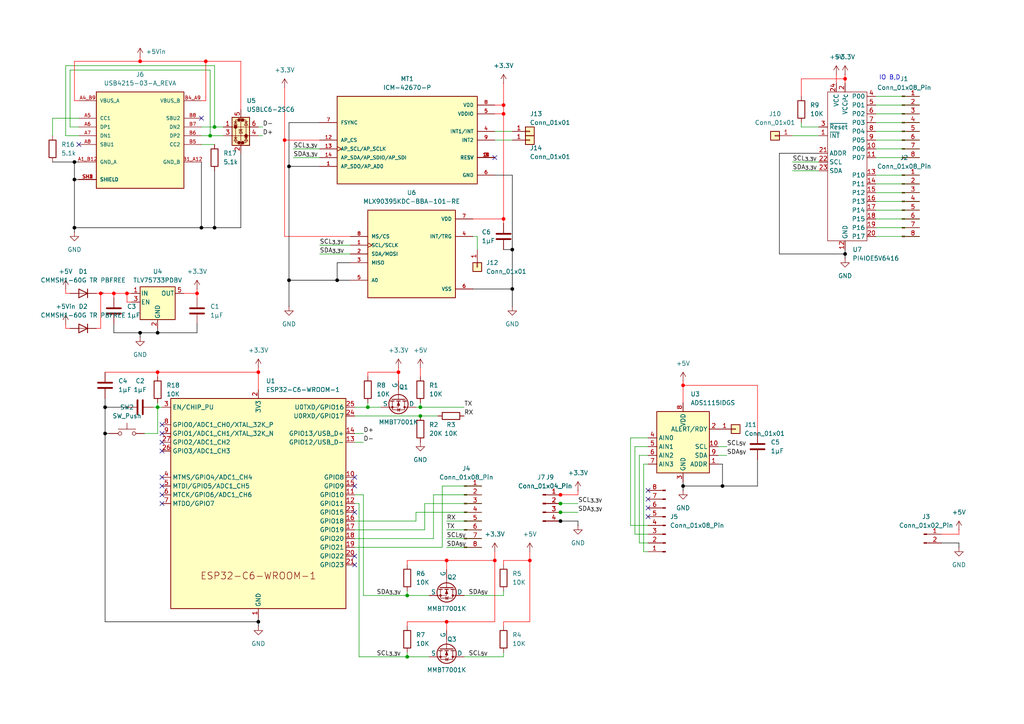
<source format=kicad_sch>
(kicad_sch (version 20250114) (generator "eeschema") (generator_version "9.0")
  (paper "A4")
  (text "IO B,D" (at 258.064 22.606 0) (effects (font (size 1.27 1.27))))
  (junction (at 30.48 125.73) (color 0 0 0 1))
  (junction (at 148.59 83.82) (color 0 0 0 1))
  (junction (at 62.23 36.83))
  (junction (at 45.72 107.95) (color 255 0 0 1))
  (junction (at 118.11 172.72))
  (junction (at 198.12 140.97) (color 0 0 0 1))
  (junction (at 74.93 180.34) (color 0 0 0 1))
  (junction (at 21.59 46.99) (color 0 0 0 1))
  (junction (at 245.11 22.86) (color 255 0 0 1))
  (junction (at 36.83 85.09) (color 255 0 0 1))
  (junction (at 129.54 162.56) (color 255 0 0 1))
  (junction (at 148.59 72.39) (color 0 0 0 1))
  (junction (at 198.12 111.76) (color 255 0 0 1))
  (junction (at 162.56 146.05))
  (junction (at 118.11 190.5))
  (junction (at 162.56 151.13) (color 0 0 0 1))
  (junction (at 40.64 96.52) (color 0 0 0 1))
  (junction (at 83.82 48.26) (color 0 0 0 1))
  (junction (at 45.72 96.52) (color 0 0 0 1))
  (junction (at 59.69 17.78) (color 255 0 0 1))
  (junction (at 74.93 107.95) (color 255 0 0 1))
  (junction (at 121.92 118.11))
  (junction (at 82.55 40.64) (color 255 0 0 1))
  (junction (at 143.51 162.56) (color 255 0 0 1))
  (junction (at 162.56 143.51) (color 255 0 0 1))
  (junction (at 33.02 85.09) (color 255 0 0 1))
  (junction (at 57.15 85.09) (color 255 0 0 1))
  (junction (at 121.92 120.65))
  (junction (at 106.68 118.11))
  (junction (at 30.48 118.11) (color 0 0 0 1))
  (junction (at 129.54 180.34) (color 255 0 0 1))
  (junction (at 97.79 81.28) (color 0 0 0 1))
  (junction (at 45.72 118.11))
  (junction (at 62.23 66.04) (color 0 0 0 1))
  (junction (at 146.05 33.02) (color 255 0 0 1))
  (junction (at 153.67 162.56) (color 255 0 0 1))
  (junction (at 29.21 85.09) (color 255 0 0 1))
  (junction (at 21.59 66.04) (color 0 0 0 1))
  (junction (at 83.82 81.28) (color 0 0 0 1))
  (junction (at 40.64 17.78) (color 255 0 0 1))
  (junction (at 146.05 30.48) (color 255 0 0 1))
  (junction (at 209.55 140.97) (color 0 0 0 1))
  (junction (at 58.42 66.04) (color 0 0 0 1))
  (junction (at 146.05 63.5) (color 255 0 0 1))
  (junction (at 60.96 39.37))
  (junction (at 162.56 148.59))
  (junction (at 245.11 73.66) (color 0 0 0 1))
  (junction (at 115.57 107.95) (color 255 0 0 1))
  (junction (at 21.59 52.07) (color 0 0 0 1))
  (no_connect (at 143.51 45.72))
  (no_connect (at 102.87 138.43))
  (no_connect (at 46.99 143.51))
  (no_connect (at 46.99 130.81))
  (no_connect (at 46.99 138.43))
  (no_connect (at 22.86 41.91))
  (no_connect (at 187.96 144.78))
  (no_connect (at 187.96 149.86))
  (no_connect (at 46.99 140.97))
  (no_connect (at 46.99 125.73))
  (no_connect (at 46.99 146.05))
  (no_connect (at 102.87 140.97))
  (no_connect (at 102.87 163.83))
  (no_connect (at 102.87 148.59))
  (no_connect (at 46.99 123.19))
  (no_connect (at 187.96 147.32))
  (no_connect (at 58.42 34.29))
  (no_connect (at 102.87 161.29))
  (no_connect (at 46.99 128.27))
  (no_connect (at 187.96 142.24))
  (wire (pts (xy 146.05 181.61) (xy 146.05 180.34)) (stroke (width 0) (color 255 0 0 1)))
  (wire (pts (xy 245.11 21.59) (xy 245.11 22.86)) (stroke (width 0) (color 255 0 0 1)))
  (wire (pts (xy 97.79 81.28) (xy 97.79 76.2)) (stroke (width 0) (color 0 0 0 1)))
  (wire (pts (xy 254 68.58) (xy 266.7 68.58)))
  (wire (pts (xy 143.51 33.02) (xy 146.05 33.02)) (stroke (width 0) (color 255 0 0 1)))
  (wire (pts (xy 143.51 160.02) (xy 143.51 162.56)) (stroke (width 0) (color 255 0 0 1)))
  (wire (pts (xy 121.92 118.11) (xy 134.62 118.11)))
  (wire (pts (xy 57.15 96.52) (xy 45.72 96.52)) (stroke (width 0) (color 0 0 0 1)))
  (wire (pts (xy 146.05 180.34) (xy 153.67 180.34)) (stroke (width 0) (color 255 0 0 1)))
  (wire (pts (xy 36.83 85.09) (xy 38.1 85.09)) (stroke (width 0) (color 255 0 0 1)))
  (wire (pts (xy 30.48 180.34) (xy 74.93 180.34)) (stroke (width 0) (color 0 0 0 1)))
  (wire (pts (xy 19.05 39.37) (xy 19.05 19.05)))
  (wire (pts (xy 19.05 83.82) (xy 19.05 85.09)) (stroke (width 0) (color 255 0 0 1)))
  (wire (pts (xy 83.82 48.26) (xy 83.82 81.28)) (stroke (width 0) (color 0 0 0 1)))
  (wire (pts (xy 129.54 156.21) (xy 139.7 156.21)))
  (wire (pts (xy 229.87 49.53) (xy 237.49 49.53)))
  (wire (pts (xy 27.94 95.25) (xy 29.21 95.25)) (stroke (width 0) (color 255 0 0 1)))
  (wire (pts (xy 15.24 34.29) (xy 22.86 34.29)))
  (wire (pts (xy 21.59 29.21) (xy 21.59 17.78)) (stroke (width 0) (color 255 0 0 1)))
  (wire (pts (xy 254 38.1) (xy 266.7 38.1)))
  (wire (pts (xy 242.57 21.59) (xy 242.57 24.13)) (stroke (width 0) (color 255 0 0 1)))
  (wire (pts (xy 209.55 140.97) (xy 219.71 140.97)) (stroke (width 0) (color 0 0 0 1)))
  (wire (pts (xy 162.56 148.59) (xy 167.64 148.59)))
  (wire (pts (xy 106.68 116.84) (xy 106.68 118.11)))
  (wire (pts (xy 208.28 129.54) (xy 210.82 129.54)))
  (wire (pts (xy 153.67 160.02) (xy 153.67 162.56)) (stroke (width 0) (color 255 0 0 1)))
  (wire (pts (xy 219.71 125.73) (xy 219.71 111.76)) (stroke (width 0) (color 255 0 0 1)))
  (wire (pts (xy 162.56 151.13) (xy 167.64 151.13)) (stroke (width 0) (color 0 0 0 1)))
  (wire (pts (xy 245.11 22.86) (xy 245.11 24.13)) (stroke (width 0) (color 255 0 0 1)))
  (wire (pts (xy 45.72 118.11) (xy 46.99 118.11)))
  (wire (pts (xy 83.82 48.26) (xy 92.71 48.26)) (stroke (width 0) (color 0 0 0 1)))
  (wire (pts (xy 105.41 172.72) (xy 118.11 172.72)))
  (wire (pts (xy 60.96 20.32) (xy 60.96 39.37)))
  (wire (pts (xy 30.48 107.95) (xy 45.72 107.95)) (stroke (width 0) (color 255 0 0 1)))
  (wire (pts (xy 118.11 180.34) (xy 129.54 180.34)) (stroke (width 0) (color 255 0 0 1)))
  (wire (pts (xy 57.15 93.98) (xy 57.15 96.52)) (stroke (width 0) (color 0 0 0 1)))
  (wire (pts (xy 20.32 36.83) (xy 22.86 36.83)))
  (wire (pts (xy 30.48 125.73) (xy 30.48 180.34)) (stroke (width 0) (color 0 0 0 1)))
  (wire (pts (xy 57.15 85.09) (xy 57.15 86.36)) (stroke (width 0) (color 255 0 0 1)))
  (wire (pts (xy 254 53.34) (xy 266.7 53.34)))
  (wire (pts (xy 167.64 151.13) (xy 167.64 152.4)) (stroke (width 0) (color 0 0 0 1)))
  (wire (pts (xy 74.93 106.68) (xy 74.93 107.95)) (stroke (width 0) (color 255 0 0 1)))
  (wire (pts (xy 62.23 36.83) (xy 64.77 36.83)))
  (wire (pts (xy 83.82 81.28) (xy 83.82 88.9)) (stroke (width 0) (color 0 0 0 1)))
  (wire (pts (xy 198.12 139.7) (xy 198.12 140.97)) (stroke (width 0) (color 0 0 0 1)))
  (wire (pts (xy 33.02 96.52) (xy 40.64 96.52)) (stroke (width 0) (color 0 0 0 1)))
  (wire (pts (xy 15.24 46.99) (xy 21.59 46.99)) (stroke (width 0) (color 0 0 0 1)))
  (wire (pts (xy 121.92 116.84) (xy 121.92 118.11)))
  (wire (pts (xy 21.59 46.99) (xy 21.59 52.07)) (stroke (width 0) (color 0 0 0 1)))
  (wire (pts (xy 106.68 109.22) (xy 106.68 107.95)) (stroke (width 0) (color 255 0 0 1)))
  (wire (pts (xy 146.05 30.48) (xy 146.05 33.02)) (stroke (width 0) (color 255 0 0 1)))
  (wire (pts (xy 128.27 140.97) (xy 128.27 158.75)))
  (wire (pts (xy 21.59 17.78) (xy 40.64 17.78)) (stroke (width 0) (color 255 0 0 1)))
  (wire (pts (xy 245.11 73.66) (xy 245.11 72.39)) (stroke (width 0) (color 0 0 0 1)))
  (wire (pts (xy 19.05 85.09) (xy 20.32 85.09)) (stroke (width 0) (color 255 0 0 1)))
  (wire (pts (xy 36.83 85.09) (xy 36.83 87.63)) (stroke (width 0) (color 255 0 0 1)))
  (wire (pts (xy 182.88 152.4) (xy 187.96 152.4)))
  (wire (pts (xy 106.68 118.11) (xy 110.49 118.11)))
  (wire (pts (xy 102.87 125.73) (xy 105.41 125.73)))
  (wire (pts (xy 44.45 118.11) (xy 45.72 118.11)))
  (wire (pts (xy 15.24 39.37) (xy 15.24 34.29)))
  (wire (pts (xy 254 30.48) (xy 266.7 30.48)))
  (wire (pts (xy 60.96 39.37) (xy 64.77 39.37)))
  (wire (pts (xy 102.87 151.13) (xy 120.65 151.13)))
  (wire (pts (xy 219.71 133.35) (xy 219.71 140.97)) (stroke (width 0) (color 0 0 0 1)))
  (wire (pts (xy 226.06 44.45) (xy 237.49 44.45)) (stroke (width 0) (color 0 0 0 1)))
  (wire (pts (xy 62.23 66.04) (xy 58.42 66.04)) (stroke (width 0) (color 0 0 0 1)))
  (wire (pts (xy 121.92 106.68) (xy 121.92 109.22)) (stroke (width 0) (color 255 0 0 1)))
  (wire (pts (xy 21.59 52.07) (xy 21.59 66.04)) (stroke (width 0) (color 0 0 0 1)))
  (wire (pts (xy 45.72 107.95) (xy 45.72 109.22)) (stroke (width 0) (color 255 0 0 1)))
  (wire (pts (xy 82.55 40.64) (xy 92.71 40.64)) (stroke (width 0) (color 255 0 0 1)))
  (wire (pts (xy 74.93 180.34) (xy 74.93 179.07)) (stroke (width 0) (color 0 0 0 1)))
  (wire (pts (xy 182.88 127) (xy 182.88 152.4)))
  (wire (pts (xy 123.19 153.67) (xy 102.87 153.67)))
  (wire (pts (xy 254 40.64) (xy 266.7 40.64)))
  (wire (pts (xy 254 33.02) (xy 266.7 33.02)))
  (wire (pts (xy 254 45.72) (xy 266.7 45.72)))
  (wire (pts (xy 226.06 73.66) (xy 226.06 44.45)) (stroke (width 0) (color 0 0 0 1)))
  (wire (pts (xy 208.28 132.08) (xy 210.82 132.08)))
  (wire (pts (xy 36.83 87.63) (xy 38.1 87.63)) (stroke (width 0) (color 255 0 0 1)))
  (wire (pts (xy 118.11 171.45) (xy 118.11 172.72)))
  (wire (pts (xy 254 27.94) (xy 266.7 27.94)))
  (wire (pts (xy 45.72 116.84) (xy 45.72 118.11)))
  (wire (pts (xy 92.71 35.56) (xy 83.82 35.56)) (stroke (width 0) (color 0 0 0 1)))
  (wire (pts (xy 118.11 162.56) (xy 129.54 162.56)) (stroke (width 0) (color 255 0 0 1)))
  (wire (pts (xy 83.82 81.28) (xy 97.79 81.28)) (stroke (width 0) (color 0 0 0 1)))
  (wire (pts (xy 138.43 68.58) (xy 137.16 68.58)))
  (wire (pts (xy 40.64 17.78) (xy 40.64 16.51)) (stroke (width 0) (color 255 0 0 1)))
  (wire (pts (xy 59.69 17.78) (xy 69.85 17.78)) (stroke (width 0) (color 255 0 0 1)))
  (wire (pts (xy 184.15 129.54) (xy 187.96 129.54)))
  (wire (pts (xy 184.15 154.94) (xy 187.96 154.94)))
  (wire (pts (xy 58.42 39.37) (xy 60.96 39.37)))
  (wire (pts (xy 121.92 120.65) (xy 127 120.65)))
  (wire (pts (xy 30.48 118.11) (xy 36.83 118.11)) (stroke (width 0) (color 0 0 0 1)))
  (wire (pts (xy 69.85 66.04) (xy 69.85 44.45)) (stroke (width 0) (color 0 0 0 1)))
  (wire (pts (xy 45.72 118.11) (xy 45.72 125.73)))
  (wire (pts (xy 33.02 85.09) (xy 33.02 86.36)) (stroke (width 0) (color 255 0 0 1)))
  (wire (pts (xy 101.6 68.58) (xy 82.55 68.58)) (stroke (width 0) (color 255 0 0 1)))
  (wire (pts (xy 58.42 46.99) (xy 58.42 66.04)) (stroke (width 0) (color 0 0 0 1)))
  (wire (pts (xy 198.12 140.97) (xy 198.12 142.24)) (stroke (width 0) (color 0 0 0 1)))
  (wire (pts (xy 58.42 29.21) (xy 59.69 29.21)) (stroke (width 0) (color 255 0 0 1)))
  (wire (pts (xy 153.67 162.56) (xy 146.05 162.56)) (stroke (width 0) (color 255 0 0 1)))
  (wire (pts (xy 254 63.5) (xy 266.7 63.5)))
  (wire (pts (xy 22.86 29.21) (xy 21.59 29.21)) (stroke (width 0) (color 255 0 0 1)))
  (wire (pts (xy 146.05 63.5) (xy 146.05 64.77)) (stroke (width 0) (color 255 0 0 1)))
  (wire (pts (xy 254 43.18) (xy 266.7 43.18)))
  (wire (pts (xy 278.13 157.48) (xy 278.13 158.75)) (stroke (width 0) (color 0 0 0 1)))
  (wire (pts (xy 186.69 134.62) (xy 186.69 160.02)))
  (wire (pts (xy 137.16 83.82) (xy 148.59 83.82)) (stroke (width 0) (color 0 0 0 1)))
  (wire (pts (xy 45.72 96.52) (xy 40.64 96.52)) (stroke (width 0) (color 0 0 0 1)))
  (wire (pts (xy 273.05 157.48) (xy 278.13 157.48)) (stroke (width 0) (color 0 0 0 1)))
  (wire (pts (xy 143.51 162.56) (xy 143.51 180.34)) (stroke (width 0) (color 255 0 0 1)))
  (wire (pts (xy 58.42 41.91) (xy 62.23 41.91)))
  (wire (pts (xy 278.13 154.94) (xy 278.13 153.67)) (stroke (width 0) (color 255 0 0 1)))
  (wire (pts (xy 148.59 72.39) (xy 148.59 83.82)) (stroke (width 0) (color 0 0 0 1)))
  (wire (pts (xy 21.59 66.04) (xy 58.42 66.04)) (stroke (width 0) (color 0 0 0 1)))
  (wire (pts (xy 102.87 118.11) (xy 106.68 118.11)))
  (wire (pts (xy 254 66.04) (xy 266.7 66.04)))
  (wire (pts (xy 184.15 129.54) (xy 184.15 154.94)))
  (wire (pts (xy 143.51 180.34) (xy 129.54 180.34)) (stroke (width 0) (color 255 0 0 1)))
  (wire (pts (xy 57.15 83.82) (xy 57.15 85.09)) (stroke (width 0) (color 255 0 0 1)))
  (wire (pts (xy 97.79 76.2) (xy 101.6 76.2)) (stroke (width 0) (color 0 0 0 1)))
  (wire (pts (xy 115.57 106.68) (xy 115.57 107.95)) (stroke (width 0) (color 255 0 0 1)))
  (wire (pts (xy 226.06 73.66) (xy 245.11 73.66)) (stroke (width 0) (color 0 0 0 1)))
  (wire (pts (xy 74.93 39.37) (xy 76.2 39.37)))
  (wire (pts (xy 229.87 39.37) (xy 237.49 39.37)))
  (wire (pts (xy 74.93 180.34) (xy 74.93 181.61)) (stroke (width 0) (color 0 0 0 1)))
  (wire (pts (xy 138.43 72.39) (xy 138.43 68.58)))
  (wire (pts (xy 137.16 63.5) (xy 146.05 63.5)) (stroke (width 0) (color 255 0 0 1)))
  (wire (pts (xy 29.21 85.09) (xy 33.02 85.09)) (stroke (width 0) (color 255 0 0 1)))
  (wire (pts (xy 102.87 158.75) (xy 128.27 158.75)))
  (wire (pts (xy 254 55.88) (xy 266.7 55.88)))
  (wire (pts (xy 182.88 127) (xy 187.96 127)))
  (wire (pts (xy 254 50.8) (xy 266.7 50.8)))
  (wire (pts (xy 19.05 93.98) (xy 19.05 95.25)) (stroke (width 0) (color 255 0 0 1)))
  (wire (pts (xy 20.32 36.83) (xy 20.32 20.32)))
  (wire (pts (xy 187.96 132.08) (xy 185.42 132.08)))
  (wire (pts (xy 92.71 73.66) (xy 101.6 73.66)))
  (wire (pts (xy 134.62 190.5) (xy 146.05 190.5)))
  (wire (pts (xy 254 60.96) (xy 266.7 60.96)))
  (wire (pts (xy 143.51 50.8) (xy 148.59 50.8)) (stroke (width 0) (color 0 0 0 1)))
  (wire (pts (xy 153.67 162.56) (xy 153.67 180.34)) (stroke (width 0) (color 255 0 0 1)))
  (wire (pts (xy 123.19 146.05) (xy 139.7 146.05)))
  (wire (pts (xy 143.51 40.64) (xy 148.59 40.64)))
  (wire (pts (xy 20.32 95.25) (xy 19.05 95.25)) (stroke (width 0) (color 255 0 0 1)))
  (wire (pts (xy 105.41 143.51) (xy 102.87 143.51)))
  (wire (pts (xy 19.05 39.37) (xy 22.86 39.37)))
  (wire (pts (xy 105.41 143.51) (xy 105.41 172.72)))
  (wire (pts (xy 167.64 142.24) (xy 167.64 143.51)) (stroke (width 0) (color 255 0 0 1)))
  (wire (pts (xy 120.65 148.59) (xy 139.7 148.59)))
  (wire (pts (xy 59.69 17.78) (xy 40.64 17.78)) (stroke (width 0) (color 255 0 0 1)))
  (wire (pts (xy 232.41 22.86) (xy 245.11 22.86)) (stroke (width 0) (color 255 0 0 1)))
  (wire (pts (xy 187.96 134.62) (xy 186.69 134.62)))
  (wire (pts (xy 245.11 73.66) (xy 245.11 74.93)) (stroke (width 0) (color 0 0 0 1)))
  (wire (pts (xy 33.02 85.09) (xy 36.83 85.09)) (stroke (width 0) (color 255 0 0 1)))
  (wire (pts (xy 148.59 50.8) (xy 148.59 72.39)) (stroke (width 0) (color 0 0 0 1)))
  (wire (pts (xy 146.05 162.56) (xy 146.05 163.83)) (stroke (width 0) (color 255 0 0 1)))
  (wire (pts (xy 125.73 143.51) (xy 125.73 156.21)))
  (wire (pts (xy 20.32 20.32) (xy 60.96 20.32)))
  (wire (pts (xy 19.05 19.05) (xy 62.23 19.05)))
  (wire (pts (xy 254 58.42) (xy 266.7 58.42)))
  (wire (pts (xy 185.42 132.08) (xy 185.42 157.48)))
  (wire (pts (xy 59.69 29.21) (xy 59.69 17.78)) (stroke (width 0) (color 255 0 0 1)))
  (wire (pts (xy 148.59 83.82) (xy 148.59 88.9)) (stroke (width 0) (color 0 0 0 1)))
  (wire (pts (xy 146.05 24.13) (xy 146.05 30.48)) (stroke (width 0) (color 255 0 0 1)))
  (wire (pts (xy 146.05 190.5) (xy 146.05 189.23)))
  (wire (pts (xy 129.54 180.34) (xy 129.54 182.88)) (stroke (width 0) (color 255 0 0 1)))
  (wire (pts (xy 102.87 128.27) (xy 105.41 128.27)))
  (wire (pts (xy 115.57 107.95) (xy 115.57 110.49)) (stroke (width 0) (color 255 0 0 1)))
  (wire (pts (xy 146.05 72.39) (xy 148.59 72.39)) (stroke (width 0) (color 0 0 0 1)))
  (wire (pts (xy 104.14 190.5) (xy 118.11 190.5)))
  (wire (pts (xy 123.19 146.05) (xy 123.19 153.67)))
  (wire (pts (xy 273.05 154.94) (xy 278.13 154.94)) (stroke (width 0) (color 255 0 0 1)))
  (wire (pts (xy 30.48 125.73) (xy 31.75 125.73)) (stroke (width 0) (color 0 0 0 1)))
  (wire (pts (xy 232.41 36.83) (xy 237.49 36.83)))
  (wire (pts (xy 30.48 118.11) (xy 30.48 125.73)) (stroke (width 0) (color 0 0 0 1)))
  (wire (pts (xy 129.54 162.56) (xy 129.54 165.1)) (stroke (width 0) (color 255 0 0 1)))
  (wire (pts (xy 118.11 181.61) (xy 118.11 180.34)) (stroke (width 0) (color 255 0 0 1)))
  (wire (pts (xy 232.41 27.94) (xy 232.41 22.86)) (stroke (width 0) (color 255 0 0 1)))
  (wire (pts (xy 125.73 143.51) (xy 139.7 143.51)))
  (wire (pts (xy 33.02 93.98) (xy 33.02 96.52)) (stroke (width 0) (color 0 0 0 1)))
  (wire (pts (xy 134.62 172.72) (xy 146.05 172.72)))
  (wire (pts (xy 254 35.56) (xy 266.7 35.56)))
  (wire (pts (xy 102.87 120.65) (xy 121.92 120.65)))
  (wire (pts (xy 129.54 153.67) (xy 139.7 153.67)))
  (wire (pts (xy 82.55 25.4) (xy 82.55 40.64)) (stroke (width 0) (color 255 0 0 1)))
  (wire (pts (xy 229.87 46.99) (xy 237.49 46.99)))
  (wire (pts (xy 143.51 38.1) (xy 148.59 38.1)))
  (wire (pts (xy 139.7 140.97) (xy 128.27 140.97)))
  (wire (pts (xy 62.23 66.04) (xy 69.85 66.04)) (stroke (width 0) (color 0 0 0 1)))
  (wire (pts (xy 62.23 66.04) (xy 62.23 49.53)) (stroke (width 0) (color 0 0 0 1)))
  (wire (pts (xy 102.87 156.21) (xy 125.73 156.21)))
  (wire (pts (xy 118.11 163.83) (xy 118.11 162.56)) (stroke (width 0) (color 255 0 0 1)))
  (wire (pts (xy 162.56 143.51) (xy 167.64 143.51)) (stroke (width 0) (color 255 0 0 1)))
  (wire (pts (xy 41.91 125.73) (xy 45.72 125.73)))
  (wire (pts (xy 198.12 111.76) (xy 198.12 116.84)) (stroke (width 0) (color 255 0 0 1)))
  (wire (pts (xy 62.23 19.05) (xy 62.23 36.83)))
  (wire (pts (xy 104.14 146.05) (xy 104.14 190.5)))
  (wire (pts (xy 83.82 35.56) (xy 83.82 48.26)) (stroke (width 0) (color 0 0 0 1)))
  (wire (pts (xy 45.72 95.25) (xy 45.72 96.52)) (stroke (width 0) (color 0 0 0 1)))
  (wire (pts (xy 146.05 33.02) (xy 146.05 63.5)) (stroke (width 0) (color 255 0 0 1)))
  (wire (pts (xy 106.68 107.95) (xy 115.57 107.95)) (stroke (width 0) (color 255 0 0 1)))
  (wire (pts (xy 82.55 40.64) (xy 82.55 68.58)) (stroke (width 0) (color 255 0 0 1)))
  (wire (pts (xy 129.54 158.75) (xy 139.7 158.75)))
  (wire (pts (xy 146.05 172.72) (xy 146.05 171.45)))
  (wire (pts (xy 232.41 35.56) (xy 232.41 36.83)))
  (wire (pts (xy 120.65 148.59) (xy 120.65 151.13)))
  (wire (pts (xy 53.34 85.09) (xy 57.15 85.09)) (stroke (width 0) (color 255 0 0 1)))
  (wire (pts (xy 27.94 85.09) (xy 29.21 85.09)) (stroke (width 0) (color 255 0 0 1)))
  (wire (pts (xy 118.11 190.5) (xy 124.46 190.5)))
  (wire (pts (xy 74.93 107.95) (xy 74.93 113.03)) (stroke (width 0) (color 255 0 0 1)))
  (wire (pts (xy 85.09 45.72) (xy 92.71 45.72)))
  (wire (pts (xy 58.42 36.83) (xy 62.23 36.83)))
  (wire (pts (xy 104.14 146.05) (xy 102.87 146.05)))
  (wire (pts (xy 118.11 172.72) (xy 124.46 172.72)))
  (wire (pts (xy 21.59 46.99) (xy 22.86 46.99)) (stroke (width 0) (color 0 0 0 1)))
  (wire (pts (xy 186.69 160.02) (xy 187.96 160.02)))
  (wire (pts (xy 29.21 85.09) (xy 29.21 95.25)) (stroke (width 0) (color 255 0 0 1)))
  (wire (pts (xy 45.72 107.95) (xy 74.93 107.95)) (stroke (width 0) (color 255 0 0 1)))
  (wire (pts (xy 209.55 140.97) (xy 198.12 140.97)) (stroke (width 0) (color 0 0 0 1)))
  (wire (pts (xy 129.54 162.56) (xy 143.51 162.56)) (stroke (width 0) (color 255 0 0 1)))
  (wire (pts (xy 208.28 134.62) (xy 209.55 134.62)) (stroke (width 0) (color 0 0 0 1)))
  (wire (pts (xy 21.59 67.31) (xy 21.59 66.04)) (stroke (width 0) (color 0 0 0 1)))
  (wire (pts (xy 143.51 30.48) (xy 146.05 30.48)) (stroke (width 0) (color 255 0 0 1)))
  (wire (pts (xy 21.59 52.07) (xy 22.86 52.07)) (stroke (width 0) (color 0 0 0 1)))
  (wire (pts (xy 92.71 71.12) (xy 101.6 71.12)))
  (wire (pts (xy 209.55 134.62) (xy 209.55 140.97)) (stroke (width 0) (color 0 0 0 1)))
  (wire (pts (xy 97.79 81.28) (xy 101.6 81.28)) (stroke (width 0) (color 0 0 0 1)))
  (wire (pts (xy 185.42 157.48) (xy 187.96 157.48)))
  (wire (pts (xy 69.85 17.78) (xy 69.85 31.75)) (stroke (width 0) (color 255 0 0 1)))
  (wire (pts (xy 74.93 36.83) (xy 76.2 36.83)))
  (wire (pts (xy 198.12 110.49) (xy 198.12 111.76)) (stroke (width 0) (color 255 0 0 1)))
  (wire (pts (xy 40.64 96.52) (xy 40.64 97.79)) (stroke (width 0) (color 0 0 0 1)))
  (wire (pts (xy 219.71 111.76) (xy 198.12 111.76)) (stroke (width 0) (color 255 0 0 1)))
  (wire (pts (xy 129.54 151.13) (xy 139.7 151.13)))
  (wire (pts (xy 162.56 146.05) (xy 167.64 146.05)))
  (wire (pts (xy 118.11 189.23) (xy 118.11 190.5)))
  (wire (pts (xy 30.48 115.57) (xy 30.48 118.11)) (stroke (width 0) (color 0 0 0 1)))
  (wire (pts (xy 85.09 43.18) (xy 92.71 43.18)))
  (wire (pts (xy 120.65 118.11) (xy 121.92 118.11)))
  (label "SCL_{5V}" (at 210.82 129.54 0))
  (label "SCL_{3.3V}" (at 109.22 190.5 0))
  (label "SDA_{3.3V}" (at 92.71 73.66 0))
  (label "SCL_{5V}" (at 135.89 190.5 0))
  (label "SCL_{3.3V}" (at 167.64 146.05 0))
  (label "SDA_{5V}" (at 129.54 158.75 0))
  (label "SCL_{3.3V}" (at 92.71 71.12 0))
  (label "Vin_reg" (at 29.21 85.09 0) (effects (font (size 0.127 0.127))))
  (label "TX" (at 129.54 153.67 0))
  (label "D+" (at 105.41 125.73 0))
  (label "SCL_{3.3V}" (at 229.87 46.99 0))
  (label "D-" (at 105.41 128.27 0))
  (label "SCL_{3.3V}" (at 85.09 43.18 0))
  (label "SDA_{3.3V}" (at 109.22 172.72 0))
  (label "SDA_{3.3V}" (at 85.09 45.72 0))
  (label "RX" (at 134.62 120.65 0))
  (label "SDA_{3.3V}" (at 167.64 148.59 0))
  (label "SDA_{5V}" (at 210.82 132.08 0))
  (label "SDA_{5V}" (at 135.89 172.72 0))
  (label "RX" (at 129.54 151.13 0))
  (label "D+" (at 76.2 39.37 0))
  (label "SCL_{5V}" (at 129.54 156.21 0))
  (label "D-" (at 76.2 36.83 0))
  (label "TX" (at 134.62 118.11 0))
  (label "SDA_{3.3V}" (at 229.87 49.53 0))
  (symbol (lib_id "Device:C") (at 146.05 68.58 180) (unit 1)
    (property "Reference" "C6" (at 139.7 67.31 0) (effects (justify right)))
    (property "Value" "1µF" (at 139.7 69.85 0) (effects (justify right)))
    (property "Footprint" "Capacitor_SMD:C_0603_1608Metric" (effects (hide yes)))
    (property "Description" "Unpolarized capacitor" (effects (hide yes)))
  )
  (symbol (lib_id "Connector_Generic:Conn_01x01") (at 213.36 124.46 0) (unit 1)
    (property "Reference" "J11" (at 215.9 123.1899 0) (effects (justify left)))
    (property "Value" "Conn_01x01" (at 215.9 125.7299 0) (effects (justify left)))
    (property "Footprint" "Connector_Wire:SolderWirePad_1x01_SMD_1x2mm" (effects (hide yes)))
    (property "Description" "Generic connector, single row, 01x01, script generated (kicad-library-utils/schlib/autogen/connector/)" (effects (hide yes)))
  )
  (symbol (lib_id "Device:D") (at 24.13 85.09 180) (unit 1)
    (property "Reference" "D1" (at 24.13 78.74 0))
    (property "Value" "CMMSH1-60G TR PBFREE" (at 24.13 81.28 0))
    (property "Footprint" "Diode_SMD:D_SOD-123F" (effects (hide yes)))
    (property "Description" "Diode" (effects (hide yes)))
    (property "Sim.Device" "D" (effects (hide yes)))
    (property "Sim.Pins" "1=K 2=A" (effects (hide yes)))
  )
  (symbol (lib_id "power:GND") (at 74.93 181.61 0) (unit 1)
    (property "Reference" "#PWR08" (effects (hide yes)))
    (property "Value" "GND" (at 74.93 186.69 0))
    (property "Description" "Power symbol creates a global label with name \"GND\" , ground" (effects (hide yes)))
  )
  (symbol (lib_id "Device:R") (at 146.05 185.42 180) (unit 1)
    (property "Reference" "R4" (at 148.59 184.1499 0) (effects (justify right)))
    (property "Value" "10K" (at 148.59 186.6899 0) (effects (justify right)))
    (property "Footprint" "Resistor_SMD:R_0603_1608Metric" (effects (hide yes)))
    (property "Description" "Resistor" (effects (hide yes)))
  )
  (symbol (lib_id "power:GND") (at 198.12 142.24 0) (unit 1)
    (property "Reference" "#PWR04" (effects (hide yes)))
    (property "Value" "GND" (at 198.12 147.32 0))
    (property "Description" "Power symbol creates a global label with name \"GND\" , ground" (effects (hide yes)))
  )
  (symbol (lib_id "Device:R") (at 118.11 167.64 180) (unit 1)
    (property "Reference" "R6" (at 120.65 166.3699 0) (effects (justify right)))
    (property "Value" "10K" (at 120.65 168.9099 0) (effects (justify right)))
    (property "Footprint" "Resistor_SMD:R_0603_1608Metric" (effects (hide yes)))
    (property "Description" "Resistor" (effects (hide yes)))
  )
  (symbol (lib_id "Power_Protection:USBLC6-2SC6") (at 69.85 36.83 0) (unit 1)
    (property "Reference" "U5" (at 71.5011 29.21 0) (effects (justify left)))
    (property "Value" "USBLC6-2SC6" (at 71.5011 31.75 0) (effects (justify left)))
    (property "Footprint" "Package_TO_SOT_SMD:SOT-23-6" (effects (hide yes)))
    (property "Datasheet" "https://www.st.com/resource/en/datasheet/usblc6-2.pdf" (effects (hide yes)))
    (property "Description" "Very low capacitance ESD protection diode, 2 data-line, SOT-23-6" (effects (hide yes)))
  )
  (symbol (lib_id "Switch:SW_Push") (at 36.83 125.73 0) (unit 1)
    (property "Reference" "SW2" (at 36.83 118.11 0))
    (property "Value" "SW_Push" (at 36.83 120.65 0))
    (property "Footprint" "Button_Switch_THT:SW_PUSH_6mm" (effects (hide yes)))
    (property "Description" "Push button switch, generic, two pins" (effects (hide yes)))
  )
  (symbol (lib_id "ICM-42670-P:ICM-42670-P") (at 118.11 40.64 0) (unit 1)
    (property "Reference" "MT1" (at 118.11 22.86 0))
    (property "Value" "ICM-42670-P" (at 118.11 25.4 0))
    (property "Footprint" "Package_LGA:Bosch_LGA-14_3x2.5mm_P0.5mm" (effects (hide yes)))
    (property "MF" "TDK InvenSense" (effects (hide yes)))
    (property "MAXIMUM_PACKAGE_HEIGHT" "0.81 mm" (effects (hide yes)))
    (property "Package" "None" (effects (hide yes)))
    (property "Price" "None" (effects (hide yes)))
    (property "Check_prices" "https://www.snapeda.com/parts/ICM-42670-P/TDK/view-part/?ref=eda" (effects (hide yes)))
    (property "STANDARD" "Manufacturer Recommendations" (effects (hide yes)))
    (property "PARTREV" "1.1" (effects (hide yes)))
    (property "SnapEDA_Link" "https://www.snapeda.com/parts/ICM-42670-P/TDK/view-part/?ref=snap" (effects (hide yes)))
    (property "MP" "ICM-42670-P" (effects (hide yes)))
    (property "Description_1" "\n                        \n                            Low-Power, Premium Performance 6-Axis MotionTrackingTM IMU with I3C, I2C and SPI interface in 2.5mm x 3mm Package\n                        \n" (effects (hide yes)))
    (property "Availability" "In Stock" (effects (hide yes)))
    (property "MANUFACTURER" "TDK InvenSense" (effects (hide yes)))
  )
  (symbol (lib_id "power:+5V") (at 198.12 110.49 0) (unit 1)
    (property "Reference" "#PWR011" (effects (hide yes)))
    (property "Value" "+5V" (at 198.12 105.41 0))
    (property "Description" "Power symbol creates a global label with name \"+5V\"" (effects (hide yes)))
  )
  (symbol (lib_id "Device:R") (at 121.92 124.46 0) (unit 1)
    (property "Reference" "R2" (at 124.46 123.1899 0) (effects (justify left)))
    (property "Value" "20K" (at 124.46 125.7299 0) (effects (justify left)))
    (property "Footprint" "Resistor_SMD:R_0603_1608Metric" (effects (hide yes)))
    (property "Description" "Resistor" (effects (hide yes)))
  )
  (symbol (lib_id "Connector_Generic:Conn_01x01") (at 153.67 40.64 0) (unit 1)
    (property "Reference" "J14" (at 153.67 42.926 0) (effects (justify left)))
    (property "Value" "Conn_01x01" (at 153.67 45.466 0) (effects (justify left)))
    (property "Footprint" "Connector_Wire:SolderWirePad_1x01_SMD_1x2mm" (effects (hide yes)))
    (property "Description" "Generic connector, single row, 01x01, script generated (kicad-library-utils/schlib/autogen/connector/)" (effects (hide yes)))
  )
  (symbol (lib_id "Connector:Conn_01x08_Pin") (at 261.62 58.42 0) (unit 1)
    (property "Reference" "J2" (at 262.255 45.72 0))
    (property "Value" "Conn_01x08_Pin" (at 262.255 48.26 0))
    (property "Footprint" "Connector_PinSocket_2.54mm:PinSocket_1x08_P2.54mm_Vertical" (effects (hide yes)))
    (property "Description" "Generic connector, single row, 01x08, script generated" (effects (hide yes)))
  )
  (symbol (lib_id "Connector:Conn_01x08_Pin") (at 134.62 148.59 0) (unit 1)
    (property "Reference" "J4" (at 135.255 135.89 0))
    (property "Value" "Conn_01x08_Pin" (at 135.255 138.43 0))
    (property "Footprint" "Connector_PinSocket_2.54mm:PinSocket_1x08_P2.54mm_Vertical" (effects (hide yes)))
    (property "Description" "Generic connector, single row, 01x08, script generated" (effects (hide yes)))
  )
  (symbol (lib_id "Connector:Conn_01x02_Pin") (at 267.97 154.94 0) (unit 1)
    (property "Reference" "J3" (at 268.605 149.86 0))
    (property "Value" "Conn_01x02_Pin" (at 268.605 152.4 0))
    (property "Footprint" "Connector_PinSocket_2.54mm:PinSocket_1x02_P2.54mm_Vertical" (effects (hide yes)))
    (property "Description" "Generic connector, single row, 01x02, script generated" (effects (hide yes)))
  )
  (symbol (lib_id "power:+3.3V") (at 57.15 83.82 0) (unit 1)
    (property "Reference" "#PWR020" (effects (hide yes)))
    (property "Value" "+3.3V" (at 57.15 78.74 0))
    (property "Description" "Power symbol creates a global label with name \"+3.3V\"" (effects (hide yes)))
  )
  (symbol (lib_id "Device:R") (at 232.41 31.75 0) (unit 1)
    (property "Reference" "R9" (at 234.95 30.4799 0) (effects (justify left)))
    (property "Value" "10K" (at 234.95 33.0199 0) (effects (justify left)))
    (property "Footprint" "Resistor_SMD:R_0603_1608Metric" (effects (hide yes)))
    (property "Description" "Resistor" (effects (hide yes)))
  )
  (symbol (lib_name "NMOS_1") (lib_id "Simulation_SPICE:NMOS") (at 129.54 187.96 270) (unit 1)
    (property "Reference" "Q3" (at 131.064 185.42 90))
    (property "Value" "MMBT7001K" (at 129.54 194.31 90))
    (property "Footprint" "Package_TO_SOT_SMD:TSOT-23" (effects (hide yes)))
    (property "Datasheet" "https://ngspice.sourceforge.io/docs/ngspice-html-manual/manual.xhtml#cha_MOSFETs" (effects (hide yes)))
    (property "Description" "N-MOSFET transistor, drain/source/gate" (effects (hide yes)))
    (property "Sim.Device" "NMOS" (effects (hide yes)))
    (property "Sim.Type" "VDMOS" (effects (hide yes)))
    (property "Sim.Pins" "1=G 2=S 3=D" (effects (hide yes)))
  )
  (symbol (lib_id "power:GND") (at 83.82 88.9 0) (unit 1)
    (property "Reference" "#PWR023" (effects (hide yes)))
    (property "Value" "GND" (at 83.82 93.98 0))
    (property "Description" "Power symbol creates a global label with name \"GND\" , ground" (effects (hide yes)))
  )
  (symbol (lib_id "power:+5V") (at 19.05 83.82 0) (unit 1)
    (property "Reference" "#PWR018" (effects (hide yes)))
    (property "Value" "+5V" (at 19.05 78.74 0))
    (property "Description" "Power symbol creates a global label with name \"+5V\"" (effects (hide yes)))
  )
  (symbol (lib_id "power:+5V") (at 278.13 153.67 0) (unit 1)
    (property "Reference" "#PWR017" (effects (hide yes)))
    (property "Value" "+5V" (at 278.13 148.59 0))
    (property "Description" "Power symbol creates a global label with name \"+5V\"" (effects (hide yes)))
  )
  (symbol (lib_id "Connector:Conn_01x08_Pin") (at 193.04 152.4 180) (unit 1)
    (property "Reference" "J5" (at 194.31 149.8599 0) (effects (justify right)))
    (property "Value" "Conn_01x08_Pin" (at 194.31 152.3999 0) (effects (justify right)))
    (property "Footprint" "Connector_PinSocket_2.54mm:PinSocket_1x08_P2.54mm_Vertical" (effects (hide yes)))
    (property "Description" "Generic connector, single row, 01x08, script generated" (effects (hide yes)))
  )
  (symbol (lib_id "Device:R") (at 121.92 113.03 0) (unit 1)
    (property "Reference" "R1" (at 124.46 111.7599 0) (effects (justify left)))
    (property "Value" "10K" (at 124.46 114.2999 0) (effects (justify left)))
    (property "Footprint" "Resistor_SMD:R_0603_1608Metric" (effects (hide yes)))
    (property "Description" "Resistor" (effects (hide yes)))
  )
  (symbol (lib_id "Device:R") (at 130.81 120.65 90) (unit 1)
    (property "Reference" "R3" (at 130.81 123.19 90))
    (property "Value" "10K" (at 130.81 125.73 90))
    (property "Footprint" "Resistor_SMD:R_0603_1608Metric" (effects (hide yes)))
    (property "Description" "Resistor" (effects (hide yes)))
  )
  (symbol (lib_id "Device:C") (at 40.64 118.11 90) (unit 1)
    (property "Reference" "C2" (at 40.64 110.49 90))
    (property "Value" "1µF" (at 40.64 113.03 90))
    (property "Footprint" "Capacitor_SMD:C_0603_1608Metric" (effects (hide yes)))
    (property "Description" "Unpolarized capacitor" (effects (hide yes)))
  )
  (symbol (lib_id "power:+5VA") (at 40.64 16.51 0) (unit 1)
    (property "Reference" "#PWR09" (effects (hide yes)))
    (property "Value" "+5Vin" (at 45.212 14.986 0))
    (property "Description" "Power symbol creates a global label with name \"+5VA\"" (effects (hide yes)))
  )
  (symbol (lib_id "PCM_Espressif:ESP32-C6-WROOM-1") (at 74.93 146.05 0) (unit 1)
    (property "Reference" "U1" (at 77.1241 110.49 0) (effects (justify left)))
    (property "Value" "ESP32-C6-WROOM-1" (at 77.1241 113.03 0) (effects (justify left)))
    (property "Footprint" "PCM_Espressif:ESP32-C6-WROOM-1" (effects (hide yes)))
    (property "Datasheet" "https://www.espressif.com/sites/default/files/documentation/esp32-c6-wroom-1_wroom-1u_datasheet_en.pdf" (effects (hide yes)))
    (property "Description" "ESP32-C6-WROOM-1/U is a module that supports 2.4 GHz Wi-Fi 6 (802.11 ax), Bluetooth® 5 (LE), Zigbee and Thread (802.15.4)" (effects (hide yes)))
  )
  (symbol (lib_id "power:GND") (at 278.13 158.75 0) (unit 1)
    (property "Reference" "#PWR016" (effects (hide yes)))
    (property "Value" "GND" (at 278.13 163.83 0))
    (property "Description" "Power symbol creates a global label with name \"GND\" , ground" (effects (hide yes)))
  )
  (symbol (lib_id "power:+3.3V") (at 82.55 25.4 0) (unit 1)
    (property "Reference" "#PWR022" (effects (hide yes)))
    (property "Value" "+3.3V" (at 82.55 20.32 0))
    (property "Description" "Power symbol creates a global label with name \"+3.3V\"" (effects (hide yes)))
  )
  (symbol (lib_id "Device:C") (at 30.48 111.76 180) (unit 1)
    (property "Reference" "C4" (at 34.29 110.4899 0) (effects (justify right)))
    (property "Value" "1µF" (at 34.29 113.0299 0) (effects (justify right)))
    (property "Footprint" "Capacitor_SMD:C_0603_1608Metric" (effects (hide yes)))
    (property "Description" "Unpolarized capacitor" (effects (hide yes)))
  )
  (symbol (lib_id "power:GND") (at 167.64 152.4 0) (unit 1)
    (property "Reference" "#PWR028" (effects (hide yes)))
    (property "Value" "GND" (at 167.64 157.48 0))
    (property "Description" "Power symbol creates a global label with name \"GND\" , ground" (effects (hide yes)))
  )
  (symbol (lib_id "Device:C") (at 57.15 90.17 0) (unit 1)
    (property "Reference" "C1" (at 60.96 88.8999 0) (effects (justify left)))
    (property "Value" "1µF" (at 60.96 91.4399 0) (effects (justify left)))
    (property "Footprint" "Capacitor_SMD:C_0603_1608Metric" (effects (hide yes)))
    (property "Description" "Unpolarized capacitor" (effects (hide yes)))
  )
  (symbol (lib_id "power:GND") (at 148.59 88.9 0) (unit 1)
    (property "Reference" "#PWR014" (effects (hide yes)))
    (property "Value" "GND" (at 148.59 93.98 0))
    (property "Description" "Power symbol creates a global label with name \"GND\" , ground" (effects (hide yes)))
  )
  (symbol (lib_id "power:GND") (at 40.64 97.79 0) (unit 1)
    (property "Reference" "#PWR021" (effects (hide yes)))
    (property "Value" "GND" (at 40.64 102.87 0))
    (property "Description" "Power symbol creates a global label with name \"GND\" , ground" (effects (hide yes)))
  )
  (symbol (lib_id "power:GND") (at 21.59 67.31 0) (unit 1)
    (property "Reference" "#PWR07" (effects (hide yes)))
    (property "Value" "GND" (at 21.59 72.39 0))
    (property "Description" "Power symbol creates a global label with name \"GND\" , ground" (effects (hide yes)))
  )
  (symbol (lib_id "power:+3.3V") (at 74.93 106.68 0) (unit 1)
    (property "Reference" "#PWR01" (effects (hide yes)))
    (property "Value" "+3.3V" (at 74.93 101.6 0))
    (property "Description" "Power symbol creates a global label with name \"+3.3V\"" (effects (hide yes)))
  )
  (symbol (lib_id "power:+3.3V") (at 245.11 21.59 0) (unit 1)
    (property "Reference" "#PWR024" (effects (hide yes)))
    (property "Value" "+3.3V" (at 245.11 16.51 0))
    (property "Description" "Power symbol creates a global label with name \"+3.3V\"" (effects (hide yes)))
  )
  (symbol (lib_id "power:+3.3V") (at 115.57 106.68 0) (unit 1)
    (property "Reference" "#PWR02" (effects (hide yes)))
    (property "Value" "+3.3V" (at 115.57 101.6 0))
    (property "Description" "Power symbol creates a global label with name \"+3.3V\"" (effects (hide yes)))
  )
  (symbol (lib_id "Device:R") (at 106.68 113.03 0) (unit 1)
    (property "Reference" "R8" (at 109.22 111.7599 0) (effects (justify left)))
    (property "Value" "10K" (at 109.22 114.2999 0) (effects (justify left)))
    (property "Footprint" "Resistor_SMD:R_0603_1608Metric" (effects (hide yes)))
    (property "Description" "Resistor" (effects (hide yes)))
  )
  (symbol (lib_id "MLX90395KDC-BBA-101-RE:MLX90395KDC-BBA-101-RE") (at 119.38 73.66 0) (unit 1)
    (property "Reference" "U6" (at 119.38 55.88 0))
    (property "Value" "MLX90395KDC-BBA-101-RE" (at 119.38 58.42 0))
    (property "Footprint" "Package_SO:SOIC-8_3.9x4.9mm_P1.27mm" (effects (hide yes)))
    (property "MF" "Melexis" (effects (hide yes)))
    (property "MAXIMUM_PACKAGE_HEIGHT" "1.72mm" (effects (hide yes)))
    (property "Package" "SOIC-8-8 Melexis" (effects (hide yes)))
    (property "Price" "None" (effects (hide yes)))
    (property "Check_prices" "https://www.snapeda.com/parts/MLX90395KDC-BBA-101-RE/Melexis/view-part/?ref=eda" (effects (hide yes)))
    (property "STANDARD" "IPC-7351B" (effects (hide yes)))
    (property "PARTREV" "6.0" (effects (hide yes)))
    (property "SnapEDA_Link" "https://www.snapeda.com/parts/MLX90395KDC-BBA-101-RE/Melexis/view-part/?ref=snap" (effects (hide yes)))
    (property "MP" "MLX90395KDC-BBA-101-RE" (effects (hide yes)))
    (property "Description_1" "\n                        \n                            MLX90395BBA.SOIC8.clover_120mT\n                        \n" (effects (hide yes)))
    (property "Availability" "In Stock" (effects (hide yes)))
    (property "MANUFACTURER" "Melexis" (effects (hide yes)))
  )
  (symbol (lib_id "robot:PI4IOE5V6416") (at 246.38 26.67 0) (unit 1)
    (property "Reference" "U7" (at 247.2533 72.39 0) (effects (justify left)))
    (property "Value" "PI4IOE5V6416" (at 247.2533 74.93 0) (effects (justify left)))
    (property "Footprint" "Package_SO:TSSOP-24_4.4x7.8mm_P0.65mm" (effects (hide yes)))
    (property "Datasheet" "https://www.diodes.com/datasheet/download/PI4IOE5V6416.pdf" (effects (hide yes)))
  )
  (symbol (lib_id "power:+3.3V") (at 143.51 160.02 0) (unit 1)
    (property "Reference" "#PWR03" (effects (hide yes)))
    (property "Value" "+3.3V" (at 143.51 154.94 0))
    (property "Description" "Power symbol creates a global label with name \"+3.3V\"" (effects (hide yes)))
  )
  (symbol (lib_id "power:GND") (at 245.11 74.93 0) (unit 1)
    (property "Reference" "#PWR010" (effects (hide yes)))
    (property "Value" "GND" (at 245.11 80.01 0))
    (property "Description" "Power symbol creates a global label with name \"GND\" , ground" (effects (hide yes)))
  )
  (symbol (lib_name "NMOS_1") (lib_id "Simulation_SPICE:NMOS") (at 115.57 115.57 270) (unit 1)
    (property "Reference" "Q1" (at 117.094 112.268 90))
    (property "Value" "MMBT7001K" (at 115.57 122.428 90))
    (property "Footprint" "Package_TO_SOT_SMD:TSOT-23" (effects (hide yes)))
    (property "Datasheet" "https://ngspice.sourceforge.io/docs/ngspice-html-manual/manual.xhtml#cha_MOSFETs" (effects (hide yes)))
    (property "Description" "N-MOSFET transistor, drain/source/gate" (effects (hide yes)))
    (property "Sim.Device" "NMOS" (effects (hide yes)))
    (property "Sim.Type" "VDMOS" (effects (hide yes)))
    (property "Sim.Pins" "1=G 2=S 3=D" (effects (hide yes)))
  )
  (symbol (lib_name "NMOS_1") (lib_id "Simulation_SPICE:NMOS") (at 129.54 170.18 270) (unit 1)
    (property "Reference" "Q2" (at 131.064 167.386 90))
    (property "Value" "MMBT7001K" (at 129.54 176.53 90))
    (property "Footprint" "Package_TO_SOT_SMD:TSOT-23" (effects (hide yes)))
    (property "Datasheet" "https://ngspice.sourceforge.io/docs/ngspice-html-manual/manual.xhtml#cha_MOSFETs" (effects (hide yes)))
    (property "Description" "N-MOSFET transistor, drain/source/gate" (effects (hide yes)))
    (property "Sim.Device" "NMOS" (effects (hide yes)))
    (property "Sim.Type" "VDMOS" (effects (hide yes)))
    (property "Sim.Pins" "1=G 2=S 3=D" (effects (hide yes)))
  )
  (symbol (lib_id "Device:C") (at 33.02 90.17 0) (unit 1)
    (property "Reference" "C3" (at 36.83 88.8999 0) (effects (justify left)))
    (property "Value" "1µF" (at 36.83 91.4399 0) (effects (justify left)))
    (property "Footprint" "Capacitor_SMD:C_0603_1608Metric" (effects (hide yes)))
    (property "Description" "Unpolarized capacitor" (effects (hide yes)))
  )
  (symbol (lib_id "USB4215-03-A_REVA:USB4215-03-A_REVA") (at 40.64 39.37 0) (unit 1)
    (property "Reference" "J6" (at 40.64 21.59 0))
    (property "Value" "USB4215-03-A_REVA" (at 40.64 24.13 0))
    (property "Footprint" "Connector_USB:usb4215-3472997" (effects (hide yes)))
    (property "MF" "Global Connector Technology" (effects (hide yes)))
    (property "MAXIMUM_PACKAGE_HEIGHT" "3.16mm" (effects (hide yes)))
    (property "Package" "None" (effects (hide yes)))
    (property "Price" "None" (effects (hide yes)))
    (property "Check_prices" "https://www.snapeda.com/parts/USB4215-03-A/Global+Connector+Technology/view-part/?ref=eda" (effects (hide yes)))
    (property "STANDARD" "Manufacturer Recommendations" (effects (hide yes)))
    (property "PARTREV" "A" (effects (hide yes)))
    (property "SnapEDA_Link" "https://www.snapeda.com/parts/USB4215-03-A/Global+Connector+Technology/view-part/?ref=snap" (effects (hide yes)))
    (property "MP" "USB4215-03-A" (effects (hide yes)))
    (property "Description_1" "USB-C (USB TYPE-C) USB 2.0 Receptacle Connector 24 (16+8 Dummy) Position Surface Mount, Right Angle; Through Hole" (effects (hide yes)))
    (property "MANUFACTURER" "Global Connector Technology" (effects (hide yes)))
    (property "Availability" "In Stock" (effects (hide yes)))
    (property "SNAPEDA_PN" "USB4215-03-A" (effects (hide yes)))
  )
  (symbol (lib_id "power:+5V") (at 153.67 160.02 0) (unit 1)
    (property "Reference" "#PWR012" (effects (hide yes)))
    (property "Value" "+5V" (at 153.67 154.94 0))
    (property "Description" "Power symbol creates a global label with name \"+5V\"" (effects (hide yes)))
  )
  (symbol (lib_id "Device:C") (at 219.71 129.54 180) (unit 1)
    (property "Reference" "C5" (at 223.52 128.2699 0) (effects (justify right)))
    (property "Value" "1µF" (at 223.52 130.8099 0) (effects (justify right)))
    (property "Footprint" "Capacitor_SMD:C_0603_1608Metric" (effects (hide yes)))
    (property "Description" "Unpolarized capacitor" (effects (hide yes)))
  )
  (symbol (lib_id "power:GND") (at 121.92 128.27 0) (unit 1)
    (property "Reference" "#PWR06" (effects (hide yes)))
    (property "Value" "GND" (at 121.92 133.35 0))
    (property "Description" "Power symbol creates a global label with name \"GND\" , ground" (effects (hide yes)))
  )
  (symbol (lib_id "power:+5VA") (at 19.05 93.98 0) (unit 1)
    (property "Reference" "#PWR019" (effects (hide yes)))
    (property "Value" "+5Vin" (at 19.05 88.9 0))
    (property "Description" "Power symbol creates a global label with name \"+5VA\"" (effects (hide yes)))
  )
  (symbol (lib_id "Connector:Conn_01x04_Pin") (at 157.48 146.05 0) (unit 1)
    (property "Reference" "J7" (at 156.972 138.43 0))
    (property "Value" "Conn_01x04_Pin" (at 158.115 140.97 0))
    (property "Footprint" "Connector_PinSocket_2.54mm:PinSocket_1x04_P2.54mm_Vertical" (effects (hide yes)))
    (property "Description" "Generic connector, single row, 01x04, script generated" (effects (hide yes)))
  )
  (symbol (lib_id "power:+5V") (at 121.92 106.68 0) (unit 1)
    (property "Reference" "#PWR05" (effects (hide yes)))
    (property "Value" "+5V" (at 121.92 101.6 0))
    (property "Description" "Power symbol creates a global label with name \"+5V\"" (effects (hide yes)))
  )
  (symbol (lib_id "Device:D") (at 24.13 95.25 180) (unit 1)
    (property "Reference" "D2" (at 24.13 88.9 0))
    (property "Value" "CMMSH1-60G TR PBFREE" (at 24.13 91.44 0))
    (property "Footprint" "Diode_SMD:D_SOD-123F" (effects (hide yes)))
    (property "Description" "Diode" (effects (hide yes)))
    (property "Sim.Device" "D" (effects (hide yes)))
    (property "Sim.Pins" "1=K 2=A" (effects (hide yes)))
  )
  (symbol (lib_id "Connector_Generic:Conn_01x01") (at 138.43 77.47 270) (unit 1)
    (property "Reference" "J12" (at 140.97 76.1999 90) (effects (justify left)))
    (property "Value" "Conn_01x01" (at 140.97 78.7399 90) (effects (justify left)))
    (property "Footprint" "Connector_Wire:SolderWirePad_1x01_SMD_1x2mm" (effects (hide yes)))
    (property "Description" "Generic connector, single row, 01x01, script generated (kicad-library-utils/schlib/autogen/connector/)" (effects (hide yes)))
  )
  (symbol (lib_id "Connector:Conn_01x08_Pin") (at 261.62 35.56 0) (unit 1)
    (property "Reference" "J1" (at 262.255 22.86 0))
    (property "Value" "Conn_01x08_Pin" (at 262.255 25.4 0))
    (property "Footprint" "Connector_PinSocket_2.54mm:PinSocket_1x08_P2.54mm_Vertical" (effects (hide yes)))
    (property "Description" "Generic connector, single row, 01x08, script generated" (effects (hide yes)))
  )
  (symbol (lib_id "power:+3.3V") (at 167.64 142.24 0) (unit 1)
    (property "Reference" "#PWR027" (effects (hide yes)))
    (property "Value" "+3.3V" (at 167.64 137.16 0))
    (property "Description" "Power symbol creates a global label with name \"+3.3V\"" (effects (hide yes)))
  )
  (symbol (lib_id "Connector:Conn_01x04_Pin") (at 157.48 146.05 0) (unit 1)
    (property "Reference" "J9" (at 159.512 138.43 0))
    (property "Value" "Conn_01x04_Pin" (at 158.115 140.97 0))
    (property "Footprint" "Connector_PinSocket_2.54mm:PinSocket_1x04_P2.54mm_Vertical" (effects (hide yes)))
    (property "Description" "Generic connector, single row, 01x04, script generated" (effects (hide yes)))
  )
  (symbol (lib_id "Analog_ADC:ADS1115IDGS") (at 198.12 129.54 0) (unit 1)
    (property "Reference" "U3" (at 200.2633 114.3 0) (effects (justify left)))
    (property "Value" "ADS1115IDGS" (at 200.2633 116.84 0) (effects (justify left)))
    (property "Footprint" "Package_SO:TSSOP-10_3x3mm_P0.5mm" (effects (hide yes)))
    (property "Datasheet" "http://www.ti.com/lit/ds/symlink/ads1113.pdf" (effects (hide yes)))
    (property "Description" "Ultra-Small, Low-Power, I2C-Compatible, 860-SPS, 16-Bit ADCs With Internal Reference, Oscillator, and Programmable Comparator, VSSOP-10" (effects (hide yes)))
  )
  (symbol (lib_id "Device:R") (at 45.72 113.03 0) (unit 1)
    (property "Reference" "R18" (at 48.26 111.7599 0) (effects (justify left)))
    (property "Value" "10K" (at 48.26 114.2999 0) (effects (justify left)))
    (property "Footprint" "Resistor_SMD:R_0603_1608Metric" (effects (hide yes)))
    (property "Description" "Resistor" (effects (hide yes)))
  )
  (symbol (lib_id "Device:R") (at 15.24 43.18 180) (unit 1)
    (property "Reference" "R16" (at 17.78 41.9099 0) (effects (justify right)))
    (property "Value" "5.1k" (at 17.78 44.4499 0) (effects (justify right)))
    (property "Footprint" "Resistor_SMD:R_0603_1608Metric" (effects (hide yes)))
    (property "Description" "Resistor" (effects (hide yes)))
  )
  (symbol (lib_id "Device:R") (at 146.05 167.64 180) (unit 1)
    (property "Reference" "R5" (at 148.59 166.3699 0) (effects (justify right)))
    (property "Value" "10K" (at 148.59 168.9099 0) (effects (justify right)))
    (property "Footprint" "Resistor_SMD:R_0603_1608Metric" (effects (hide yes)))
    (property "Description" "Resistor" (effects (hide yes)))
  )
  (symbol (lib_id "power:+3.3V") (at 146.05 24.13 0) (unit 1)
    (property "Reference" "#PWR015" (effects (hide yes)))
    (property "Value" "+3.3V" (at 146.05 19.05 0))
    (property "Description" "Power symbol creates a global label with name \"+3.3V\"" (effects (hide yes)))
  )
  (symbol (lib_id "Device:R") (at 118.11 185.42 180) (unit 1)
    (property "Reference" "R7" (at 120.65 184.1499 0) (effects (justify right)))
    (property "Value" "10K" (at 120.65 186.6899 0) (effects (justify right)))
    (property "Footprint" "Resistor_SMD:R_0603_1608Metric" (effects (hide yes)))
    (property "Description" "Resistor" (effects (hide yes)))
  )
  (symbol (lib_id "Regulator_Linear:TLV75733PDBV") (at 45.72 87.63 0) (unit 1)
    (property "Reference" "U4" (at 45.72 78.74 0))
    (property "Value" "TLV75733PDBV" (at 45.72 81.28 0))
    (property "Footprint" "Package_TO_SOT_SMD:SOT-23-5" (effects (hide yes)))
    (property "Datasheet" "https://www.ti.com/lit/ds/symlink/tlv757p.pdf" (effects (hide yes)))
    (property "Description" "1A Low IQ Small Size Low Dropout Voltage Regulator, Fixed Output 3.3V, SOT-23-5" (effects (hide yes)))
  )
  (symbol (lib_id "Device:R") (at 62.23 45.72 180) (unit 1)
    (property "Reference" "R17" (at 64.77 44.4499 0) (effects (justify right)))
    (property "Value" "5.1k" (at 64.77 46.9899 0) (effects (justify right)))
    (property "Footprint" "Resistor_SMD:R_0603_1608Metric" (effects (hide yes)))
    (property "Description" "Resistor" (effects (hide yes)))
  )
  (symbol (lib_id "Connector_Generic:Conn_01x01") (at 153.67 38.1 0) (unit 1)
    (property "Reference" "J13" (at 153.67 33.02 0) (effects (justify left)))
    (property "Value" "Conn_01x01" (at 153.67 35.56 0) (effects (justify left)))
    (property "Footprint" "Connector_Wire:SolderWirePad_1x01_SMD_1x2mm" (effects (hide yes)))
    (property "Description" "Generic connector, single row, 01x01, script generated (kicad-library-utils/schlib/autogen/connector/)" (effects (hide yes)))
  )
  (symbol (lib_id "power:+5V") (at 242.57 21.59 0) (unit 1)
    (property "Reference" "#PWR013" (effects (hide yes)))
    (property "Value" "+5V" (at 242.57 16.51 0))
    (property "Description" "Power symbol creates a global label with name \"+5V\"" (effects (hide yes)))
  )
  (symbol (lib_id "Connector_Generic:Conn_01x01") (at 224.79 39.37 180) (unit 1)
    (property "Reference" "J10" (at 224.79 33.02 0))
    (property "Value" "Conn_01x01" (at 224.79 35.56 0))
    (property "Footprint" "Connector_Wire:SolderWirePad_1x01_SMD_1x2mm" (effects (hide yes)))
    (property "Description" "Generic connector, single row, 01x01, script generated (kicad-library-utils/schlib/autogen/connector/)" (effects (hide yes)))
  )
)
</source>
